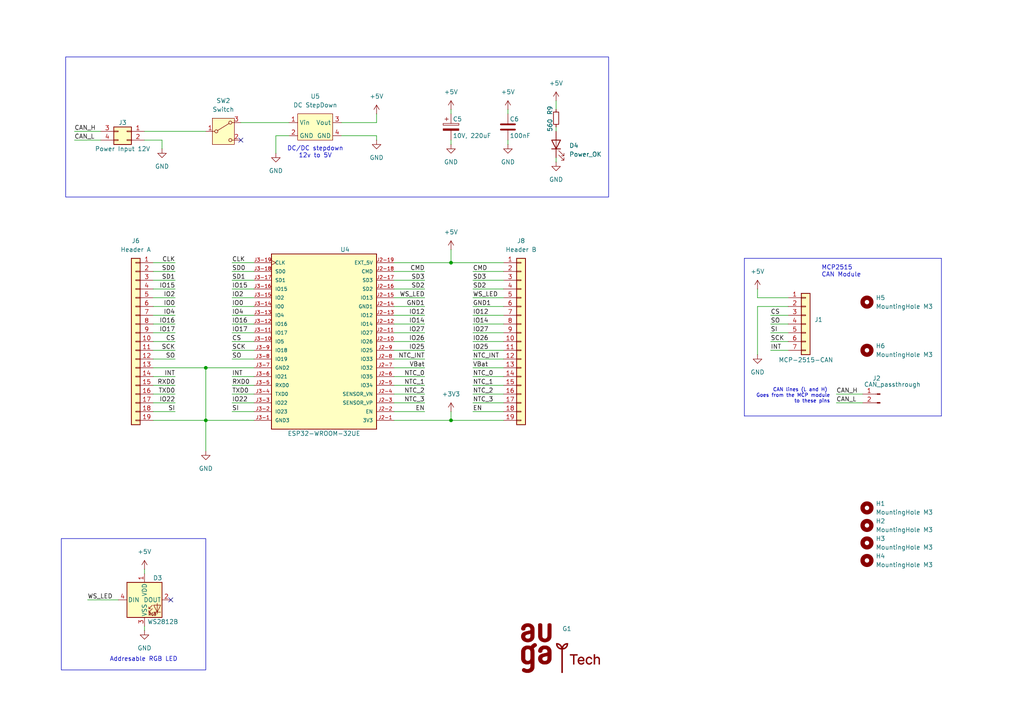
<source format=kicad_sch>
(kicad_sch (version 20231120) (generator "eeschema") (generator_version "8.0")
  (paper "A4")
  (title_block (title "OTA Sensor Receiver") (date "2024-04-17") (rev "A") (company "Darius Vaitiekus") (comment 1 "AUGA Tech"))
  (lib_symbols
    (symbol "Connector:Conn_01x02_Pin" (pin_names (offset 1.016) hide)
      (property "Reference" "J" (at 0 2.54 0))
      (property "Value" "Conn_01x02_Pin" (at 0 -5.08 0))
      (symbol "Conn_01x02_Pin_1_1"
        (pin passive line (at 5.08 0 180) (length 3.81) (name "Pin_1") (number "1"))
        (pin passive line (at 5.08 -2.54 180) (length 3.81) (name "Pin_2") (number "2"))
      )
    )
    (symbol "Connector_Generic:Conn_01x07" (pin_names (offset 1.016) hide)
      (property "Reference" "J" (at 0 10.16 0))
      (property "Value" "Conn_01x07" (at 0 -10.16 0))
      (symbol "Conn_01x07_1_1"
        (pin passive line (at -5.08 7.62 0) (length 3.81) (name "Pin_1") (number "1"))
        (pin passive line (at -5.08 5.08 0) (length 3.81) (name "Pin_2") (number "2"))
        (pin passive line (at -5.08 2.54 0) (length 3.81) (name "Pin_3") (number "3"))
        (pin passive line (at -5.08 0 0) (length 3.81) (name "Pin_4") (number "4"))
        (pin passive line (at -5.08 -2.54 0) (length 3.81) (name "Pin_5") (number "5"))
        (pin passive line (at -5.08 -5.08 0) (length 3.81) (name "Pin_6") (number "6"))
        (pin passive line (at -5.08 -7.62 0) (length 3.81) (name "Pin_7") (number "7"))
      )
    )
    (symbol "Connector_Generic:Conn_01x19" (pin_names (offset 1.016) hide)
      (property "Reference" "J" (at 0 25.4 0))
      (property "Value" "Conn_01x19" (at 0 -25.4 0))
      (symbol "Conn_01x19_1_1"
        (pin passive line (at -5.08 22.86 0) (length 3.81) (name "Pin_1") (number "1"))
        (pin passive line (at -5.08 0 0) (length 3.81) (name "Pin_10") (number "10"))
        (pin passive line (at -5.08 -2.54 0) (length 3.81) (name "Pin_11") (number "11"))
        (pin passive line (at -5.08 -5.08 0) (length 3.81) (name "Pin_12") (number "12"))
        (pin passive line (at -5.08 -7.62 0) (length 3.81) (name "Pin_13") (number "13"))
        (pin passive line (at -5.08 -10.16 0) (length 3.81) (name "Pin_14") (number "14"))
        (pin passive line (at -5.08 -12.7 0) (length 3.81) (name "Pin_15") (number "15"))
        (pin passive line (at -5.08 -15.24 0) (length 3.81) (name "Pin_16") (number "16"))
        (pin passive line (at -5.08 -17.78 0) (length 3.81) (name "Pin_17") (number "17"))
        (pin passive line (at -5.08 -20.32 0) (length 3.81) (name "Pin_18") (number "18"))
        (pin passive line (at -5.08 -22.86 0) (length 3.81) (name "Pin_19") (number "19"))
        (pin passive line (at -5.08 20.32 0) (length 3.81) (name "Pin_2") (number "2"))
        (pin passive line (at -5.08 17.78 0) (length 3.81) (name "Pin_3") (number "3"))
        (pin passive line (at -5.08 15.24 0) (length 3.81) (name "Pin_4") (number "4"))
        (pin passive line (at -5.08 12.7 0) (length 3.81) (name "Pin_5") (number "5"))
        (pin passive line (at -5.08 10.16 0) (length 3.81) (name "Pin_6") (number "6"))
        (pin passive line (at -5.08 7.62 0) (length 3.81) (name "Pin_7") (number "7"))
        (pin passive line (at -5.08 5.08 0) (length 3.81) (name "Pin_8") (number "8"))
        (pin passive line (at -5.08 2.54 0) (length 3.81) (name "Pin_9") (number "9"))
      )
    )
    (symbol "Connector_Generic:Conn_02x02_Top_Bottom" (pin_names (offset 1.016) hide)
      (property "Reference" "J" (at 1.27 2.54 0))
      (property "Value" "Conn_02x02_Top_Bottom" (at 1.27 -5.08 0))
      (symbol "Conn_02x02_Top_Bottom_1_1"
        (pin passive line (at -5.08 0 0) (length 3.81) (name "Pin_1") (number "1"))
        (pin passive line (at -5.08 -2.54 0) (length 3.81) (name "Pin_2") (number "2"))
        (pin passive line (at 7.62 0 180) (length 3.81) (name "Pin_3") (number "3"))
        (pin passive line (at 7.62 -2.54 180) (length 3.81) (name "Pin_4") (number "4"))
      )
    )
    (symbol "Device:C" (pin_numbers hide) (pin_names (offset 0.254))
      (property "Reference" "C" (at 0.635 2.54 0))
      (property "Value" "C" (at 0.635 -2.54 0))
      (symbol "C_1_1"
        (pin passive line (at 0 3.81 270) (length 2.794) (name "~") (number "1"))
        (pin passive line (at 0 -3.81 90) (length 2.794) (name "~") (number "2"))
      )
    )
    (symbol "Device:C_Polarized" (pin_numbers hide) (pin_names (offset 0.254))
      (property "Reference" "C" (at 0.635 2.54 0))
      (property "Value" "C_Polarized" (at 0.635 -2.54 0))
      (symbol "C_Polarized_1_1"
        (pin passive line (at 0 3.81 270) (length 2.794) (name "~") (number "1"))
        (pin passive line (at 0 -3.81 90) (length 2.794) (name "~") (number "2"))
      )
    )
    (symbol "Device:LED" (pin_numbers hide) (pin_names (offset 1.016) hide)
      (property "Reference" "D" (at 0 2.54 0))
      (property "Value" "LED" (at 0 -2.54 0))
      (symbol "LED_1_1"
        (pin passive line (at -3.81 0 0) (length 2.54) (name "K") (number "1"))
        (pin passive line (at 3.81 0 180) (length 2.54) (name "A") (number "2"))
      )
    )
    (symbol "Device:R_Small" (pin_numbers hide) (pin_names (offset 0.254) hide)
      (property "Reference" "R" (at 0.762 0.508 0))
      (property "Value" "R_Small" (at 0.762 -1.016 0))
      (symbol "R_Small_1_1"
        (pin passive line (at 0 2.54 270) (length 0.762) (name "~") (number "1"))
        (pin passive line (at 0 -2.54 90) (length 0.762) (name "~") (number "2"))
      )
    )
    (symbol "LED:WS2812B" (pin_names (offset 0.254))
      (property "Reference" "D" (at 5.08 5.715 0))
      (property "Value" "WS2812B" (at 1.27 -5.715 0))
      (symbol "WS2812B_0_0"
        (text "RGB" (at 2.286 -4.191 0) (effects (font (size 0.762 0.762))))
      )
      (symbol "WS2812B_1_1"
        (pin power_in line (at 0 7.62 270) (length 2.54) (name "VDD") (number "1"))
        (pin output line (at 7.62 0 180) (length 2.54) (name "DOUT") (number "2"))
        (pin power_in line (at 0 -7.62 90) (length 2.54) (name "VSS") (number "3"))
        (pin input line (at -7.62 0 0) (length 2.54) (name "DIN") (number "4"))
      )
    )
    (symbol "Mechanical:MountingHole" (pin_names (offset 1.016))
      (property "Reference" "H" (at 0 5.08 0))
      (property "Value" "MountingHole" (at 0 3.175 0))
    )
    (symbol "Switch:SW_Wuerth_450301014042" (pin_names (offset 1) hide)
      (property "Reference" "SW" (at 0 5.08 0))
      (property "Value" "SW_Wuerth_450301014042" (at 0 -5.08 0))
      (symbol "SW_Wuerth_450301014042_1_1"
        (pin passive line (at -5.08 0 0) (length 2.54) (name "B") (number "1"))
        (pin passive line (at 5.08 -2.54 180) (length 2.54) (name "C") (number "2"))
        (pin passive line (at 5.08 2.54 180) (length 2.54) (name "A") (number "3"))
      )
    )
    (symbol "local_lib:AUGA-Tech-LOGO" (pin_names (offset 1.016)))
    (symbol "local_lib:DC-StepUp"
      (property "Reference" "U" (at 1.016 4.826 0))
      (property "Value" "3.3V->5V" (at 0 0 0))
      (symbol "DC-StepUp_1_1"
        (pin power_in line (at -7.62 1.27 0) (length 2.54) (name "Vin") (number "1"))
        (pin power_in line (at -7.62 -2.54 0) (length 2.54) (name "GND") (number "2"))
        (pin power_out line (at 7.62 1.27 180) (length 2.54) (name "Vout") (number "3"))
        (pin power_out line (at 7.62 -2.54 180) (length 2.54) (name "GND") (number "4"))
      )
    )
    (symbol "local_lib:ESP32-DEVKITC-32D" (pin_names (offset 1.016))
      (property "Reference" "U" (at -15.2572 26.0643 0))
      (property "Value" "ESP32-DEVKITC-32D" (at -15.2563 -27.9698 0))
      (symbol "ESP32-DEVKITC-32D_0_0"
        (pin power_in line (at -20.32 22.86 0) (length 5.08) (name "3V3") (number "J2-1"))
        (pin bidirectional line (at -20.32 0 0) (length 5.08) (name "IO26") (number "J2-10"))
        (pin bidirectional line (at -20.32 -2.54 0) (length 5.08) (name "IO27") (number "J2-11"))
        (pin bidirectional line (at -20.32 -5.08 0) (length 5.08) (name "IO14") (number "J2-12"))
        (pin bidirectional line (at -20.32 -7.62 0) (length 5.08) (name "IO12") (number "J2-13"))
        (pin power_in line (at -20.32 -10.16 0) (length 5.08) (name "GND1") (number "J2-14"))
        (pin bidirectional line (at -20.32 -12.7 0) (length 5.08) (name "IO13") (number "J2-15"))
        (pin bidirectional line (at -20.32 -15.24 0) (length 5.08) (name "SD2") (number "J2-16"))
        (pin bidirectional line (at -20.32 -17.78 0) (length 5.08) (name "SD3") (number "J2-17"))
        (pin bidirectional line (at -20.32 -20.32 0) (length 5.08) (name "CMD") (number "J2-18"))
        (pin power_in line (at -20.32 -22.86 0) (length 5.08) (name "EXT_5V") (number "J2-19"))
        (pin input line (at -20.32 20.32 0) (length 5.08) (name "EN") (number "J2-2"))
        (pin input line (at -20.32 17.78 0) (length 5.08) (name "SENSOR_VP") (number "J2-3"))
        (pin input line (at -20.32 15.24 0) (length 5.08) (name "SENSOR_VN") (number "J2-4"))
        (pin bidirectional line (at -20.32 12.7 0) (length 5.08) (name "IO34") (number "J2-5"))
        (pin bidirectional line (at -20.32 10.16 0) (length 5.08) (name "IO35") (number "J2-6"))
        (pin bidirectional line (at -20.32 7.62 0) (length 5.08) (name "IO32") (number "J2-7"))
        (pin bidirectional line (at -20.32 5.08 0) (length 5.08) (name "IO33") (number "J2-8"))
        (pin bidirectional line (at -20.32 2.54 0) (length 5.08) (name "IO25") (number "J2-9"))
        (pin power_in line (at 20.32 22.86 180) (length 5.08) (name "GND3") (number "J3-1"))
        (pin bidirectional line (at 20.32 0 180) (length 5.08) (name "IO5") (number "J3-10"))
        (pin bidirectional line (at 20.32 -2.54 180) (length 5.08) (name "IO17") (number "J3-11"))
        (pin bidirectional line (at 20.32 -5.08 180) (length 5.08) (name "IO16") (number "J3-12"))
        (pin bidirectional line (at 20.32 -7.62 180) (length 5.08) (name "IO4") (number "J3-13"))
        (pin bidirectional line (at 20.32 -10.16 180) (length 5.08) (name "IO0") (number "J3-14"))
        (pin bidirectional line (at 20.32 -12.7 180) (length 5.08) (name "IO2") (number "J3-15"))
        (pin bidirectional line (at 20.32 -15.24 180) (length 5.08) (name "IO15") (number "J3-16"))
        (pin bidirectional line (at 20.32 -17.78 180) (length 5.08) (name "SD1") (number "J3-17"))
        (pin bidirectional line (at 20.32 -20.32 180) (length 5.08) (name "SD0") (number "J3-18"))
        (pin input clock (at 20.32 -22.86 180) (length 5.08) (name "CLK") (number "J3-19"))
        (pin bidirectional line (at 20.32 20.32 180) (length 5.08) (name "IO23") (number "J3-2"))
        (pin bidirectional line (at 20.32 17.78 180) (length 5.08) (name "IO22") (number "J3-3"))
        (pin output line (at 20.32 15.24 180) (length 5.08) (name "TXD0") (number "J3-4"))
        (pin input line (at 20.32 12.7 180) (length 5.08) (name "RXD0") (number "J3-5"))
        (pin bidirectional line (at 20.32 10.16 180) (length 5.08) (name "IO21") (number "J3-6"))
        (pin power_in line (at 20.32 7.62 180) (length 5.08) (name "GND2") (number "J3-7"))
        (pin bidirectional line (at 20.32 5.08 180) (length 5.08) (name "IO19") (number "J3-8"))
        (pin bidirectional line (at 20.32 2.54 180) (length 5.08) (name "IO18") (number "J3-9"))
      )
    )
    (symbol "power:+3V3" (power) (pin_numbers hide) (pin_names (offset 0) hide)
      (property "Value" "+3V3" (at 0 3.556 0))
      (symbol "+3V3_1_1"
        (pin power_in line (at 0 0 90) (length 0) (name "~") (number "1"))
      )
    )
    (symbol "power:+5V" (power) (pin_numbers hide) (pin_names (offset 0) hide)
      (property "Value" "+5V" (at 0 3.556 0))
      (symbol "+5V_1_1"
        (pin power_in line (at 0 0 90) (length 0) (name "~") (number "1"))
      )
    )
    (symbol "power:GND" (power) (pin_numbers hide) (pin_names (offset 0) hide)
      (property "Value" "GND" (at 0 -3.81 0))
      (symbol "GND_1_1"
        (pin power_in line (at 0 0 270) (length 0) (name "~") (number "1"))
      )
    )
  )
  (junction (at 130.81 76.2))
  (junction (at 59.69 106.68))
  (junction (at 130.81 121.92))
  (junction (at 59.69 121.92))
  (no_connect (at 69.85 40.64))
  (no_connect (at 49.53 173.99))
  (wire (pts (xy 67.31 101.6) (xy 73.66 101.6)))
  (wire (pts (xy 114.3 116.84) (xy 123.19 116.84)))
  (wire (pts (xy 146.05 111.76) (xy 137.16 111.76)))
  (wire (pts (xy 83.82 39.37) (xy 80.01 39.37)))
  (wire (pts (xy 99.06 39.37) (xy 109.22 39.37)))
  (wire (pts (xy 59.69 106.68) (xy 59.69 121.92)))
  (wire (pts (xy 44.45 91.44) (xy 50.8 91.44)))
  (wire (pts (xy 73.66 111.76) (xy 67.31 111.76)))
  (wire (pts (xy 114.3 104.14) (xy 123.19 104.14)))
  (wire (pts (xy 114.3 96.52) (xy 123.19 96.52)))
  (wire (pts (xy 223.52 96.52) (xy 228.6 96.52)))
  (wire (pts (xy 114.3 86.36) (xy 123.19 86.36)))
  (wire (pts (xy 146.05 96.52) (xy 137.16 96.52)))
  (wire (pts (xy 147.32 31.75) (xy 147.32 33.02)))
  (wire (pts (xy 59.69 121.92) (xy 59.69 130.81)))
  (wire (pts (xy 44.45 76.2) (xy 50.8 76.2)))
  (wire (pts (xy 114.3 76.2) (xy 130.81 76.2)))
  (wire (pts (xy 44.45 114.3) (xy 50.8 114.3)))
  (wire (pts (xy 130.81 31.75) (xy 130.81 33.02)))
  (wire (pts (xy 161.29 45.72) (xy 161.29 46.99)))
  (wire (pts (xy 73.66 88.9) (xy 67.31 88.9)))
  (wire (pts (xy 242.57 114.3) (xy 250.19 114.3)))
  (wire (pts (xy 73.66 93.98) (xy 67.31 93.98)))
  (wire (pts (xy 223.52 99.06) (xy 228.6 99.06)))
  (wire (pts (xy 50.8 99.06) (xy 44.45 99.06)))
  (wire (pts (xy 146.05 119.38) (xy 137.16 119.38)))
  (wire (pts (xy 44.45 96.52) (xy 50.8 96.52)))
  (wire (pts (xy 109.22 40.64) (xy 109.22 39.37)))
  (wire (pts (xy 46.99 40.64) (xy 46.99 43.18)))
  (wire (pts (xy 44.45 111.76) (xy 50.8 111.76)))
  (wire (pts (xy 73.66 76.2) (xy 67.31 76.2)))
  (wire (pts (xy 25.4 173.99) (xy 34.29 173.99)))
  (polyline (pts (xy 215.9 74.93) (xy 273.05 74.93)))
  (wire (pts (xy 146.05 91.44) (xy 137.16 91.44)))
  (wire (pts (xy 114.3 81.28) (xy 123.19 81.28)))
  (wire (pts (xy 114.3 83.82) (xy 123.19 83.82)))
  (wire (pts (xy 114.3 93.98) (xy 123.19 93.98)))
  (wire (pts (xy 44.45 119.38) (xy 50.8 119.38)))
  (wire (pts (xy 114.3 111.76) (xy 123.19 111.76)))
  (wire (pts (xy 146.05 109.22) (xy 137.16 109.22)))
  (wire (pts (xy 114.3 106.68) (xy 123.19 106.68)))
  (wire (pts (xy 130.81 72.39) (xy 130.81 76.2)))
  (wire (pts (xy 73.66 83.82) (xy 67.31 83.82)))
  (wire (pts (xy 73.66 78.74) (xy 67.31 78.74)))
  (wire (pts (xy 146.05 88.9) (xy 137.16 88.9)))
  (wire (pts (xy 44.45 86.36) (xy 50.8 86.36)))
  (wire (pts (xy 146.05 106.68) (xy 137.16 106.68)))
  (wire (pts (xy 130.81 40.64) (xy 130.81 41.91)))
  (wire (pts (xy 223.52 91.44) (xy 228.6 91.44)))
  (wire (pts (xy 44.45 83.82) (xy 50.8 83.82)))
  (wire (pts (xy 146.05 114.3) (xy 137.16 114.3)))
  (wire (pts (xy 67.31 104.14) (xy 73.66 104.14)))
  (wire (pts (xy 146.05 116.84) (xy 137.16 116.84)))
  (wire (pts (xy 114.3 91.44) (xy 123.19 91.44)))
  (wire (pts (xy 219.71 83.82) (xy 219.71 86.36)))
  (wire (pts (xy 114.3 78.74) (xy 123.19 78.74)))
  (wire (pts (xy 67.31 99.06) (xy 73.66 99.06)))
  (wire (pts (xy 146.05 104.14) (xy 137.16 104.14)))
  (wire (pts (xy 73.66 91.44) (xy 67.31 91.44)))
  (wire (pts (xy 223.52 101.6) (xy 228.6 101.6)))
  (wire (pts (xy 73.66 96.52) (xy 67.31 96.52)))
  (wire (pts (xy 146.05 86.36) (xy 137.16 86.36)))
  (wire (pts (xy 130.81 121.92) (xy 146.05 121.92)))
  (wire (pts (xy 146.05 93.98) (xy 137.16 93.98)))
  (wire (pts (xy 44.45 121.92) (xy 59.69 121.92)))
  (wire (pts (xy 219.71 88.9) (xy 219.71 102.87)))
  (wire (pts (xy 44.45 116.84) (xy 50.8 116.84)))
  (wire (pts (xy 146.05 78.74) (xy 137.16 78.74)))
  (wire (pts (xy 44.45 78.74) (xy 50.8 78.74)))
  (wire (pts (xy 80.01 39.37) (xy 80.01 44.45)))
  (wire (pts (xy 44.45 81.28) (xy 50.8 81.28)))
  (wire (pts (xy 146.05 99.06) (xy 137.16 99.06)))
  (wire (pts (xy 146.05 83.82) (xy 137.16 83.82)))
  (wire (pts (xy 41.91 165.1) (xy 41.91 166.37)))
  (wire (pts (xy 67.31 109.22) (xy 73.66 109.22)))
  (wire (pts (xy 44.45 106.68) (xy 59.69 106.68)))
  (wire (pts (xy 223.52 93.98) (xy 228.6 93.98)))
  (wire (pts (xy 114.3 109.22) (xy 123.19 109.22)))
  (polyline (pts (xy 215.9 120.65) (xy 273.05 120.65)))
  (wire (pts (xy 219.71 86.36) (xy 228.6 86.36)))
  (wire (pts (xy 41.91 38.1) (xy 59.69 38.1)))
  (wire (pts (xy 59.69 106.68) (xy 73.66 106.68)))
  (wire (pts (xy 146.05 101.6) (xy 137.16 101.6)))
  (wire (pts (xy 50.8 101.6) (xy 44.45 101.6)))
  (polyline (pts (xy 215.9 74.93) (xy 215.9 120.65)))
  (wire (pts (xy 50.8 109.22) (xy 44.45 109.22)))
  (wire (pts (xy 114.3 114.3) (xy 123.19 114.3)))
  (wire (pts (xy 114.3 121.92) (xy 130.81 121.92)))
  (wire (pts (xy 114.3 88.9) (xy 123.19 88.9)))
  (wire (pts (xy 161.29 29.21) (xy 161.29 31.75)))
  (wire (pts (xy 44.45 93.98) (xy 50.8 93.98)))
  (wire (pts (xy 147.32 40.64) (xy 147.32 41.91)))
  (wire (pts (xy 99.06 35.56) (xy 109.22 35.56)))
  (wire (pts (xy 21.59 38.1) (xy 29.21 38.1)))
  (wire (pts (xy 130.81 76.2) (xy 146.05 76.2)))
  (wire (pts (xy 114.3 101.6) (xy 123.19 101.6)))
  (wire (pts (xy 146.05 81.28) (xy 137.16 81.28)))
  (wire (pts (xy 130.81 119.38) (xy 130.81 121.92)))
  (wire (pts (xy 114.3 99.06) (xy 123.19 99.06)))
  (wire (pts (xy 59.69 121.92) (xy 73.66 121.92)))
  (wire (pts (xy 114.3 119.38) (xy 123.19 119.38)))
  (wire (pts (xy 67.31 119.38) (xy 73.66 119.38)))
  (wire (pts (xy 242.57 116.84) (xy 250.19 116.84)))
  (polyline (pts (xy 273.05 120.65) (xy 273.05 74.93)))
  (wire (pts (xy 44.45 88.9) (xy 50.8 88.9)))
  (wire (pts (xy 109.22 33.02) (xy 109.22 35.56)))
  (wire (pts (xy 228.6 88.9) (xy 219.71 88.9)))
  (wire (pts (xy 161.29 36.83) (xy 161.29 38.1)))
  (wire (pts (xy 21.59 40.64) (xy 29.21 40.64)))
  (wire (pts (xy 73.66 81.28) (xy 67.31 81.28)))
  (wire (pts (xy 69.85 35.56) (xy 83.82 35.56)))
  (wire (pts (xy 73.66 116.84) (xy 67.31 116.84)))
  (wire (pts (xy 41.91 181.61) (xy 41.91 182.88)))
  (wire (pts (xy 73.66 114.3) (xy 67.31 114.3)))
  (wire (pts (xy 50.8 104.14) (xy 44.45 104.14)))
  (wire (pts (xy 41.91 40.64) (xy 46.99 40.64)))
  (wire (pts (xy 73.66 86.36) (xy 67.31 86.36)))
  (rectangle (start 19.05 16.51) (end 176.53 57.15))
  (rectangle (start 17.78 156.21) (end 59.69 194.31))
  (text "DC/DC stepdown\n12v to 5V" (at 91.44 44.196 0) (effects (font (size 1.27 1.27))))
  (text "CAN lines (L and H) \nGoes from the MCP module\nto these pins" (at 240.792 114.808 0) (effects (font (size 1.016 1.016)) (justify right)))
  (text "MCP2515\nCAN Module" (at 238.252 78.74 0) (effects (font (size 1.27 1.27)) (justify left)))
  (text "Addresable RGB LED" (at 41.656 191.262 0) (effects (font (size 1.27 1.27))))
  (label "NTC_2" (at 123.19 114.3 180))
  (label "IO16" (at 67.31 93.98 0))
  (label "RXD0" (at 50.8 111.76 180))
  (label "CS" (at 67.31 99.06 0))
  (label "WS_LED" (at 137.16 86.36 0))
  (label "CMD" (at 123.19 78.74 180))
  (label "TXD0" (at 67.31 114.3 0))
  (label "SD1" (at 67.31 81.28 0))
  (label "RXD0" (at 67.31 111.76 0))
  (label "IO22" (at 50.8 116.84 180))
  (label "SD1" (at 50.8 81.28 180))
  (label "NTC_0" (at 137.16 109.22 0))
  (label "TXD0" (at 50.8 114.3 180))
  (label "NTC_1" (at 137.16 111.76 0))
  (label "IO12" (at 137.16 91.44 0))
  (label "CLK" (at 50.8 76.2 180))
  (label "IO17" (at 67.31 96.52 0))
  (label "INT" (at 50.8 109.22 180))
  (label "CS" (at 50.8 99.06 180))
  (label "IO4" (at 67.31 91.44 0))
  (label "SO" (at 50.8 104.14 180))
  (label "EN" (at 137.16 119.38 0))
  (label "SD2" (at 137.16 83.82 0))
  (label "SD2" (at 123.19 83.82 180))
  (label "IO26" (at 137.16 99.06 0))
  (label "IO0" (at 67.31 88.9 0))
  (label "CAN_H" (at 21.59 38.1 0))
  (label "WS_LED" (at 123.19 86.36 180))
  (label "IO26" (at 123.19 99.06 180))
  (label "WS_LED" (at 25.4 173.99 0))
  (label "IO15" (at 50.8 83.82 180))
  (label "SI" (at 67.31 119.38 0))
  (label "INT" (at 223.52 101.6 0))
  (label "GND1" (at 137.16 88.9 0))
  (label "VBat" (at 123.19 106.68 180))
  (label "SO" (at 223.52 93.98 0))
  (label "IO12" (at 123.19 91.44 180))
  (label "SD0" (at 50.8 78.74 180))
  (label "CAN_H" (at 242.57 114.3 0))
  (label "IO0" (at 50.8 88.9 180))
  (label "SD3" (at 123.19 81.28 180))
  (label "SCK" (at 50.8 101.6 180))
  (label "IO2" (at 67.31 86.36 0))
  (label "IO25" (at 137.16 101.6 0))
  (label "SD0" (at 67.31 78.74 0))
  (label "IO16" (at 50.8 93.98 180))
  (label "IO14" (at 123.19 93.98 180))
  (label "SI" (at 223.52 96.52 0))
  (label "IO2" (at 50.8 86.36 180))
  (label "INT" (at 67.31 109.22 0))
  (label "NTC_3" (at 123.19 116.84 180))
  (label "NTC_0" (at 123.19 109.22 180))
  (label "CMD" (at 137.16 78.74 0))
  (label "EN" (at 123.19 119.38 180))
  (label "VBat" (at 137.16 106.68 0))
  (label "CAN_L" (at 242.57 116.84 0))
  (label "CAN_L" (at 21.59 40.64 0))
  (label "IO25" (at 123.19 101.6 180))
  (label "NTC_INT" (at 137.16 104.14 0))
  (label "IO17" (at 50.8 96.52 180))
  (label "IO4" (at 50.8 91.44 180))
  (label "CLK" (at 67.31 76.2 0))
  (label "IO27" (at 137.16 96.52 0))
  (label "IO15" (at 67.31 83.82 0))
  (label "CS" (at 223.52 91.44 0))
  (label "IO14" (at 137.16 93.98 0))
  (label "IO22" (at 67.31 116.84 0))
  (label "NTC_INT" (at 123.19 104.14 180))
  (label "SI" (at 50.8 119.38 180))
  (label "SO" (at 67.31 104.14 0))
  (label "NTC_1" (at 123.19 111.76 180))
  (label "SCK" (at 223.52 99.06 0))
  (label "IO27" (at 123.19 96.52 180))
  (label "GND1" (at 123.19 88.9 180))
  (label "SCK" (at 67.31 101.6 0))
  (label "SD3" (at 137.16 81.28 0))
  (label "NTC_2" (at 137.16 114.3 0))
  (label "NTC_3" (at 137.16 116.84 0))
  (symbol (lib_id "Device:C_Polarized") (at 130.81 36.83 0) (unit 1)
    (property "Reference" "C5" (at 131.318 34.544 0) (effects (justify left)))
    (property "Value" "10V, 220uF" (at 131.318 39.37 0) (effects (justify left)))
    (property "Footprint" "Capacitor_THT:CP_Radial_D6.3mm_P2.50mm" (effects (hide yes)))
    (property "Datasheet" "https://www.we-online.com/components/products/datasheet/860020273009.pdf" (effects (hide yes)))
    (property "Description" "Polarized capacitor" (effects (hide yes)))
    (property "Part No" "860020273009" (effects (hide yes)))
  )
  (symbol (lib_id "Mechanical:MountingHole") (at 251.46 162.56 0) (unit 1)
    (property "Reference" "H4" (at 254 161.2899 0) (effects (justify left)))
    (property "Value" "MountingHole M3" (at 254 163.8299 0) (effects (justify left)))
    (property "Footprint" "MountingHole:MountingHole_3.2mm_M3" (effects (hide yes)))
    (property "Description" "Mounting Hole without connection" (effects (hide yes)))
  )
  (symbol (lib_id "Mechanical:MountingHole") (at 251.46 147.32 0) (unit 1)
    (property "Reference" "H1" (at 254 146.0499 0) (effects (justify left)))
    (property "Value" "MountingHole M3" (at 254 148.5899 0) (effects (justify left)))
    (property "Footprint" "MountingHole:MountingHole_3.2mm_M3" (effects (hide yes)))
    (property "Description" "Mounting Hole without connection" (effects (hide yes)))
  )
  (symbol (lib_id "power:+5V") (at 41.91 165.1 0) (unit 1)
    (property "Reference" "#PWR018" (effects (hide yes)))
    (property "Value" "+5V" (at 41.91 160.02 0))
    (property "Description" "Power symbol creates a global label with name \"+5V\"" (effects (hide yes)))
  )
  (symbol (lib_id "power:GND") (at 80.01 44.45 0) (unit 1)
    (property "Reference" "#PWR04" (effects (hide yes)))
    (property "Value" "GND" (at 80.01 49.53 0))
    (property "Description" "Power symbol creates a global label with name \"GND\" , ground" (effects (hide yes)))
  )
  (symbol (lib_id "Device:R_Small") (at 161.29 34.29 180) (unit 1)
    (property "Reference" "R9" (at 159.512 32.004 90))
    (property "Value" "560" (at 159.512 36.322 90))
    (property "Footprint" "Resistor_THT:R_Axial_DIN0207_L6.3mm_D2.5mm_P10.16mm_Horizontal" (effects (hide yes)))
    (property "Description" "Resistor, small symbol" (effects (hide yes)))
  )
  (symbol (lib_id "power:+5V") (at 130.81 72.39 0) (unit 1)
    (property "Reference" "#PWR016" (effects (hide yes)))
    (property "Value" "+5V" (at 130.81 67.31 0))
    (property "Description" "Power symbol creates a global label with name \"+5V\"" (effects (hide yes)))
  )
  (symbol (lib_id "power:GND") (at 130.81 41.91 0) (unit 1)
    (property "Reference" "#PWR025" (effects (hide yes)))
    (property "Value" "GND" (at 130.81 46.99 0))
    (property "Description" "Power symbol creates a global label with name \"GND\" , ground" (effects (hide yes)))
  )
  (symbol (lib_id "power:+5V") (at 130.81 31.75 0) (unit 1)
    (property "Reference" "#PWR021" (effects (hide yes)))
    (property "Value" "+5V" (at 130.81 26.67 0))
    (property "Description" "Power symbol creates a global label with name \"+5V\"" (effects (hide yes)))
  )
  (symbol (lib_id "Connector_Generic:Conn_01x19") (at 151.13 99.06 0) (unit 1)
    (property "Reference" "J8" (at 151.13 69.85 0))
    (property "Value" "Header B" (at 151.13 72.39 0))
    (property "Footprint" "Connector_PinHeader_2.54mm:PinHeader_1x19_P2.54mm_Vertical" (effects (hide yes)))
    (property "Description" "Generic connector, single row, 01x19, script generated (kicad-library-utils/schlib/autogen/connector/)" (effects (hide yes)))
  )
  (symbol (lib_id "Connector_Generic:Conn_01x19") (at 39.37 99.06 0) (mirror y) (unit 1)
    (property "Reference" "J6" (at 39.37 69.85 0))
    (property "Value" "Header A" (at 39.37 72.39 0))
    (property "Footprint" "Connector_PinHeader_2.54mm:PinHeader_1x19_P2.54mm_Vertical" (effects (hide yes)))
    (property "Description" "Generic connector, single row, 01x19, script generated (kicad-library-utils/schlib/autogen/connector/)" (effects (hide yes)))
  )
  (symbol (lib_id "power:GND") (at 41.91 182.88 0) (unit 1)
    (property "Reference" "#PWR019" (effects (hide yes)))
    (property "Value" "GND" (at 41.91 187.96 0))
    (property "Description" "Power symbol creates a global label with name \"GND\" , ground" (effects (hide yes)))
  )
  (symbol (lib_id "power:+3V3") (at 130.81 119.38 0) (unit 1)
    (property "Reference" "#PWR017" (effects (hide yes)))
    (property "Value" "+3V3" (at 130.81 114.3 0))
    (property "Description" "Power symbol creates a global label with name \"+3V3\"" (effects (hide yes)))
  )
  (symbol (lib_id "Switch:SW_Wuerth_450301014042") (at 64.77 38.1 0) (unit 1)
    (property "Reference" "SW2" (at 64.77 29.21 0))
    (property "Value" "Switch" (at 64.77 31.75 0))
    (property "Footprint" "Button_Switch_THT:SW_Slide-03_Wuerth-WS-SLTV_10x2.5x6.4_P2.54mm" (effects (hide yes)))
    (property "Datasheet" "https://www.we-online.com/components/products/datasheet/450301014042.pdf" (effects (hide yes)))
    (property "Description" "Switch slide, single pole double throw" (effects (hide yes)))
  )
  (symbol (lib_id "Connector_Generic:Conn_01x07") (at 233.68 93.98 0) (unit 1)
    (property "Reference" "J1" (at 236.22 92.7099 0) (effects (justify left)))
    (property "Value" "MCP-2515-CAN" (at 225.806 104.394 0) (effects (justify left)))
    (property "Footprint" "Connector_PinHeader_2.54mm:PinHeader_1x07_P2.54mm_Vertical" (effects (hide yes)))
    (property "Description" "Generic connector, single row, 01x07, script generated (kicad-library-utils/schlib/autogen/connector/)" (effects (hide yes)))
  )
  (symbol (lib_id "Mechanical:MountingHole") (at 251.46 157.48 0) (unit 1)
    (property "Reference" "H3" (at 254 156.2099 0) (effects (justify left)))
    (property "Value" "MountingHole M3" (at 254 158.7499 0) (effects (justify left)))
    (property "Footprint" "MountingHole:MountingHole_3.2mm_M3" (effects (hide yes)))
    (property "Description" "Mounting Hole without connection" (effects (hide yes)))
  )
  (symbol (lib_id "power:GND") (at 59.69 130.81 0) (unit 1)
    (property "Reference" "#PWR015" (effects (hide yes)))
    (property "Value" "GND" (at 59.69 135.89 0))
    (property "Description" "Power symbol creates a global label with name \"GND\" , ground" (effects (hide yes)))
  )
  (symbol (lib_id "local_lib:ESP32-DEVKITC-32D") (at 93.98 99.06 180) (unit 1)
    (property "Reference" "U4" (at 100.076 72.39 0))
    (property "Value" "ESP32-WROOM-32UE" (at 93.98 125.73 0))
    (property "Footprint" "local_lib:MODULE_ESP32-DEVKITC-32D" (effects (hide yes)))
    (property "Description" "ESP32-WROOM-32UE" (effects (hide yes)))
    (property "MF" "Espressif Systems" (effects (hide yes)))
  )
  (symbol (lib_id "local_lib:AUGA-Tech-LOGO") (at 162.56 187.96 0) (unit 1)
    (property "Reference" "G1" (at 163.068 182.372 0) (effects (justify left)))
    (property "Value" "AUGA-Tech-LOGO" (effects (hide yes)))
    (property "Footprint" "local_lib:AUGA-Tech-footprint" (effects (hide yes)))
  )
  (symbol (lib_id "local_lib:DC-StepUp") (at 91.44 36.83 0) (unit 1)
    (property "Reference" "U5" (at 91.44 27.94 0))
    (property "Value" "DC StepDown" (at 91.44 30.48 0))
    (property "Footprint" "local_lib:DCDC_StepDown" (effects (hide yes)))
    (property "Description" "DC/DC step Down module from Aliexpress" (effects (hide yes)))
  )
  (symbol (lib_id "power:+5V") (at 109.22 33.02 0) (unit 1)
    (property "Reference" "#PWR020" (effects (hide yes)))
    (property "Value" "+5V" (at 109.22 27.94 0))
    (property "Description" "Power symbol creates a global label with name \"+5V\"" (effects (hide yes)))
  )
  (symbol (lib_id "Device:C") (at 147.32 36.83 0) (unit 1)
    (property "Reference" "C6" (at 147.828 34.544 0) (effects (justify left)))
    (property "Value" "100nF" (at 147.828 39.37 0) (effects (justify left)))
    (property "Footprint" "Capacitor_THT:C_Disc_D3.8mm_W2.6mm_P2.50mm" (effects (hide yes)))
    (property "Description" "Unpolarized capacitor" (effects (hide yes)))
  )
  (symbol (lib_id "power:GND") (at 147.32 41.91 0) (unit 1)
    (property "Reference" "#PWR027" (effects (hide yes)))
    (property "Value" "GND" (at 147.32 46.99 0))
    (property "Description" "Power symbol creates a global label with name \"GND\" , ground" (effects (hide yes)))
  )
  (symbol (lib_id "power:GND") (at 219.71 102.87 0) (unit 1)
    (property "Reference" "#PWR02" (effects (hide yes)))
    (property "Value" "GND" (at 219.71 107.95 0))
    (property "Description" "Power symbol creates a global label with name \"GND\" , ground" (effects (hide yes)))
  )
  (symbol (lib_id "power:+5V") (at 147.32 31.75 0) (unit 1)
    (property "Reference" "#PWR026" (effects (hide yes)))
    (property "Value" "+5V" (at 147.32 26.67 0))
    (property "Description" "Power symbol creates a global label with name \"+5V\"" (effects (hide yes)))
  )
  (symbol (lib_id "power:GND") (at 109.22 40.64 0) (unit 1)
    (property "Reference" "#PWR03" (effects (hide yes)))
    (property "Value" "GND" (at 109.22 45.72 0))
    (property "Description" "Power symbol creates a global label with name \"GND\" , ground" (effects (hide yes)))
  )
  (symbol (lib_id "Connector_Generic:Conn_02x02_Top_Bottom") (at 36.83 38.1 0) (mirror y) (unit 1)
    (property "Reference" "J3" (at 35.56 35.56 0))
    (property "Value" "Power Input 12V" (at 35.56 43.18 0))
    (property "Footprint" "Connector_Molex:Molex_Mini-Fit_Jr_5569-04A2_2x02_P4.20mm_Horizontal" (effects (hide yes)))
    (property "Description" "Generic connector, double row, 02x02, top/bottom pin numbering scheme (row 1: 1...pins_per_row, row2: pins_per_row+1 ... num_pins), script generated (kicad-library-utils/schlib/autogen/connector/)" (effects (hide yes)))
  )
  (symbol (lib_id "power:+5V") (at 219.71 83.82 0) (unit 1)
    (property "Reference" "#PWR01" (effects (hide yes)))
    (property "Value" "+5V" (at 219.71 78.74 0))
    (property "Description" "Power symbol creates a global label with name \"+5V\"" (effects (hide yes)))
  )
  (symbol (lib_id "Device:LED") (at 161.29 41.91 90) (unit 1)
    (property "Reference" "D4" (at 165.1 42.2274 90) (effects (justify right)))
    (property "Value" "Power_OK" (at 165.1 44.7674 90) (effects (justify right)))
    (property "Footprint" "LED_THT:LED_D5.0mm" (effects (hide yes)))
    (property "Description" "Light emitting diode" (effects (hide yes)))
  )
  (symbol (lib_id "power:+5V") (at 161.29 29.21 0) (unit 1)
    (property "Reference" "#PWR028" (effects (hide yes)))
    (property "Value" "+5V" (at 161.29 24.13 0))
    (property "Description" "Power symbol creates a global label with name \"+5V\"" (effects (hide yes)))
  )
  (symbol (lib_id "Mechanical:MountingHole") (at 251.46 152.4 0) (unit 1)
    (property "Reference" "H2" (at 254 151.1299 0) (effects (justify left)))
    (property "Value" "MountingHole M3" (at 254 153.6699 0) (effects (justify left)))
    (property "Footprint" "MountingHole:MountingHole_3.2mm_M3" (effects (hide yes)))
    (property "Description" "Mounting Hole without connection" (effects (hide yes)))
  )
  (symbol (lib_id "Connector:Conn_01x02_Pin") (at 255.27 114.3 0) (mirror y) (unit 1)
    (property "Reference" "J2" (at 254.254 109.728 0))
    (property "Value" "CAN_passthrough" (at 258.826 111.506 0))
    (property "Footprint" "Connector_PinHeader_2.54mm:PinHeader_1x02_P2.54mm_Vertical" (effects (hide yes)))
    (property "Description" "Generic connector, single row, 01x02, script generated" (effects (hide yes)))
  )
  (symbol (lib_id "Mechanical:MountingHole") (at 251.46 101.6 0) (unit 1)
    (property "Reference" "H6" (at 254 100.3299 0) (effects (justify left)))
    (property "Value" "MountingHole M3" (at 254 102.8699 0) (effects (justify left)))
    (property "Footprint" "MountingHole:MountingHole_3.2mm_M3" (effects (hide yes)))
    (property "Description" "Mounting Hole without connection" (effects (hide yes)))
  )
  (symbol (lib_id "Mechanical:MountingHole") (at 251.46 87.63 0) (unit 1)
    (property "Reference" "H5" (at 254 86.3599 0) (effects (justify left)))
    (property "Value" "MountingHole M3" (at 254 88.8999 0) (effects (justify left)))
    (property "Footprint" "MountingHole:MountingHole_3.2mm_M3" (effects (hide yes)))
    (property "Description" "Mounting Hole without connection" (effects (hide yes)))
  )
  (symbol (lib_id "LED:WS2812B") (at 41.91 173.99 0) (unit 1)
    (property "Reference" "D3" (at 45.72 167.64 0))
    (property "Value" "WS2812B" (at 47.244 180.34 0))
    (property "Footprint" "LED_SMD:LED_WS2812B_PLCC4_5.0x5.0mm_P3.2mm" (effects (hide yes)))
    (property "Datasheet" "https://cdn-shop.adafruit.com/datasheets/WS2812B.pdf" (effects (hide yes)))
    (property "Description" "RGB LED with integrated controller" (effects (hide yes)))
  )
  (symbol (lib_id "power:GND") (at 46.99 43.18 0) (mirror y) (unit 1)
    (property "Reference" "#PWR07" (effects (hide yes)))
    (property "Value" "GND" (at 46.99 48.26 0))
    (property "Description" "Power symbol creates a global label with name \"GND\" , ground" (effects (hide yes)))
  )
  (symbol (lib_id "power:GND") (at 161.29 46.99 0) (unit 1)
    (property "Reference" "#PWR029" (effects (hide yes)))
    (property "Value" "GND" (at 161.29 52.07 0))
    (property "Description" "Power symbol creates a global label with name \"GND\" , ground" (effects (hide yes)))
  )
)
</source>
